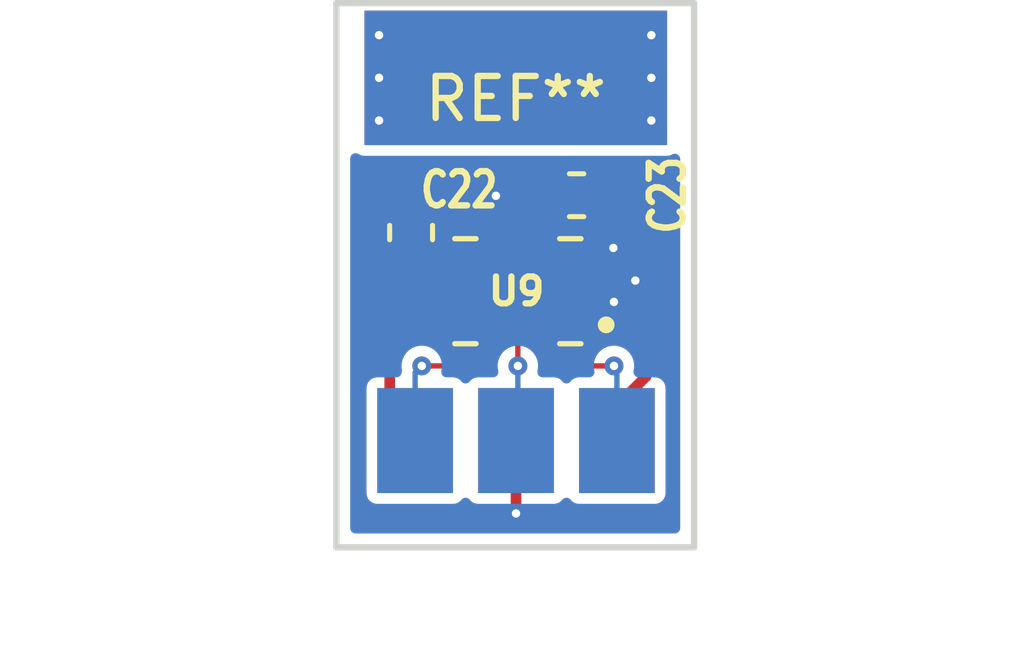
<source format=kicad_pcb>
(kicad_pcb (version 20171130) (host pcbnew "(5.1.6)-1")

  (general
    (thickness 1.6)
    (drawings 4)
    (tracks 59)
    (zones 0)
    (modules 5)
    (nets 11)
  )

  (page USLetter)
  (title_block
    (title "EncoderBoard Schematic")
    (rev v1.0)
    (company "Developed by Paul Max Avalos Aguilar")
  )

  (layers
    (0 F.Cu signal)
    (31 B.Cu signal)
    (32 B.Adhes user)
    (33 F.Adhes user)
    (34 B.Paste user)
    (35 F.Paste user)
    (36 B.SilkS user)
    (37 F.SilkS user)
    (38 B.Mask user)
    (39 F.Mask user)
    (40 Dwgs.User user)
    (41 Cmts.User user)
    (42 Eco1.User user)
    (43 Eco2.User user)
    (44 Edge.Cuts user)
    (45 Margin user)
    (46 B.CrtYd user)
    (47 F.CrtYd user)
    (48 B.Fab user hide)
    (49 F.Fab user hide)
  )

  (setup
    (last_trace_width 0.127)
    (user_trace_width 0.127)
    (user_trace_width 0.254)
    (user_trace_width 0.635)
    (user_trace_width 1.27)
    (trace_clearance 0.127)
    (zone_clearance 0.254)
    (zone_45_only no)
    (trace_min 0.127)
    (via_size 0.45)
    (via_drill 0.2)
    (via_min_size 0.45)
    (via_min_drill 0.2)
    (user_via 1.27 0.635)
    (uvia_size 0.45)
    (uvia_drill 0.1)
    (uvias_allowed no)
    (uvia_min_size 0.2)
    (uvia_min_drill 0.1)
    (edge_width 0.15)
    (segment_width 0.2)
    (pcb_text_width 0.3)
    (pcb_text_size 1.5 1.5)
    (mod_edge_width 0.15)
    (mod_text_size 1 1)
    (mod_text_width 0.15)
    (pad_size 1.8 2.5)
    (pad_drill 0)
    (pad_to_mask_clearance 0.051)
    (solder_mask_min_width 0.25)
    (aux_axis_origin 0 0)
    (grid_origin 146.812 88.5698)
    (visible_elements 7FFFFFFF)
    (pcbplotparams
      (layerselection 0x010f0_ffffffff)
      (usegerberextensions false)
      (usegerberattributes false)
      (usegerberadvancedattributes false)
      (creategerberjobfile false)
      (excludeedgelayer true)
      (linewidth 0.100000)
      (plotframeref false)
      (viasonmask false)
      (mode 1)
      (useauxorigin false)
      (hpglpennumber 1)
      (hpglpenspeed 20)
      (hpglpendiameter 15.000000)
      (psnegative false)
      (psa4output false)
      (plotreference true)
      (plotvalue true)
      (plotinvisibletext false)
      (padsonsilk false)
      (subtractmaskfromsilk false)
      (outputformat 1)
      (mirror false)
      (drillshape 0)
      (scaleselection 1)
      (outputdirectory "Gerbers/"))
  )

  (net 0 "")
  (net 1 GND)
  (net 2 +3V3)
  (net 3 /SDO)
  (net 4 /CS)
  (net 5 /SCL)
  (net 6 /SDA)
  (net 7 "Net-(U9-Pad11)")
  (net 8 "Net-(U9-Pad10)")
  (net 9 "Net-(U9-Pad9)")
  (net 10 "Net-(U9-Pad4)")

  (net_class Default "Esta es la clase de red por defecto."
    (clearance 0.127)
    (trace_width 0.127)
    (via_dia 0.45)
    (via_drill 0.2)
    (uvia_dia 0.45)
    (uvia_drill 0.1)
    (diff_pair_width 0.254)
    (diff_pair_gap 0.254)
    (add_net +3V3)
    (add_net /CS)
    (add_net /SCL)
    (add_net /SDA)
    (add_net /SDO)
    (add_net GND)
    (add_net "Net-(U9-Pad10)")
    (add_net "Net-(U9-Pad11)")
    (add_net "Net-(U9-Pad4)")
    (add_net "Net-(U9-Pad9)")
  )

  (module Encoder:TermicPad (layer F.Cu) (tedit 608A2C65) (tstamp 608A9107)
    (at 146.7612 83.4898)
    (fp_text reference REF** (at 0 0.5) (layer F.SilkS)
      (effects (font (size 1 1) (thickness 0.15)))
    )
    (fp_text value TermicPad (at 0 -0.5) (layer F.Fab)
      (effects (font (size 1 1) (thickness 0.15)))
    )
    (pad 1 smd rect (at 0 0) (size 7.2 3.2) (layers B.Cu B.Mask))
    (pad 1 smd rect (at 0 0) (size 7.2 3.2) (layers F.Cu F.Mask))
  )

  (module Encoder:C_0603_1608Metric_Pad1.05x0.95mm_HandSolder (layer F.Cu) (tedit 5F04D287) (tstamp 6070B6A8)
    (at 144.272 87.1728 270)
    (descr "Capacitor SMD 0603 (1608 Metric), square (rectangular) end terminal, IPC_7351 nominal with elongated pad for handsoldering. (Body size source: http://www.tortai-tech.com/upload/download/2011102023233369053.pdf), generated with kicad-footprint-generator")
    (tags "capacitor handsolder")
    (path /60719ECD)
    (attr smd)
    (fp_text reference C22 (at -1.016 -1.143 180) (layer F.SilkS)
      (effects (font (size 0.8128 0.6096) (thickness 0.1524)))
    )
    (fp_text value 100nF (at 0 1.43 90) (layer F.Fab)
      (effects (font (size 1 1) (thickness 0.15)))
    )
    (fp_line (start 1.65 0.73) (end -1.65 0.73) (layer F.CrtYd) (width 0.05))
    (fp_line (start 1.65 -0.73) (end 1.65 0.73) (layer F.CrtYd) (width 0.05))
    (fp_line (start -1.65 -0.73) (end 1.65 -0.73) (layer F.CrtYd) (width 0.05))
    (fp_line (start -1.65 0.73) (end -1.65 -0.73) (layer F.CrtYd) (width 0.05))
    (fp_line (start -0.171267 0.51) (end 0.171267 0.51) (layer F.SilkS) (width 0.12))
    (fp_line (start -0.171267 -0.51) (end 0.171267 -0.51) (layer F.SilkS) (width 0.12))
    (fp_line (start 0.8 0.4) (end -0.8 0.4) (layer F.Fab) (width 0.1))
    (fp_line (start 0.8 -0.4) (end 0.8 0.4) (layer F.Fab) (width 0.1))
    (fp_line (start -0.8 -0.4) (end 0.8 -0.4) (layer F.Fab) (width 0.1))
    (fp_line (start -0.8 0.4) (end -0.8 -0.4) (layer F.Fab) (width 0.1))
    (fp_text user %R (at 0 0 90) (layer F.Fab)
      (effects (font (size 0.4 0.4) (thickness 0.06)))
    )
    (pad 2 smd roundrect (at 0.875 0 270) (size 1.05 0.95) (layers F.Cu F.Paste F.Mask) (roundrect_rratio 0.25)
      (net 2 +3V3))
    (pad 1 smd roundrect (at -0.875 0 270) (size 1.05 0.95) (layers F.Cu F.Paste F.Mask) (roundrect_rratio 0.25)
      (net 1 GND))
    (model "${KIPRJMOD}/../FootPrints/3DModels/CapacitorsSMD/Ceramic CAP0603.stp"
      (at (xyz 0 0 0))
      (scale (xyz 1 1 1))
      (rotate (xyz 0 0 0))
    )
  )

  (module Encoder:C_0603_1608Metric_Pad1.05x0.95mm_HandSolder (layer F.Cu) (tedit 5F04D287) (tstamp 6070B6B9)
    (at 148.209 86.2838 180)
    (descr "Capacitor SMD 0603 (1608 Metric), square (rectangular) end terminal, IPC_7351 nominal with elongated pad for handsoldering. (Body size source: http://www.tortai-tech.com/upload/download/2011102023233369053.pdf), generated with kicad-footprint-generator")
    (tags "capacitor handsolder")
    (path /6071AD5B)
    (attr smd)
    (fp_text reference C23 (at -2.159 0 90) (layer F.SilkS)
      (effects (font (size 0.8128 0.6096) (thickness 0.1524)))
    )
    (fp_text value 100nF (at 0 1.43) (layer F.Fab)
      (effects (font (size 1 1) (thickness 0.15)))
    )
    (fp_line (start 1.65 0.73) (end -1.65 0.73) (layer F.CrtYd) (width 0.05))
    (fp_line (start 1.65 -0.73) (end 1.65 0.73) (layer F.CrtYd) (width 0.05))
    (fp_line (start -1.65 -0.73) (end 1.65 -0.73) (layer F.CrtYd) (width 0.05))
    (fp_line (start -1.65 0.73) (end -1.65 -0.73) (layer F.CrtYd) (width 0.05))
    (fp_line (start -0.171267 0.51) (end 0.171267 0.51) (layer F.SilkS) (width 0.12))
    (fp_line (start -0.171267 -0.51) (end 0.171267 -0.51) (layer F.SilkS) (width 0.12))
    (fp_line (start 0.8 0.4) (end -0.8 0.4) (layer F.Fab) (width 0.1))
    (fp_line (start 0.8 -0.4) (end 0.8 0.4) (layer F.Fab) (width 0.1))
    (fp_line (start -0.8 -0.4) (end 0.8 -0.4) (layer F.Fab) (width 0.1))
    (fp_line (start -0.8 0.4) (end -0.8 -0.4) (layer F.Fab) (width 0.1))
    (fp_text user %R (at 0 0) (layer F.Fab)
      (effects (font (size 0.4 0.4) (thickness 0.06)))
    )
    (pad 2 smd roundrect (at 0.875 0 180) (size 1.05 0.95) (layers F.Cu F.Paste F.Mask) (roundrect_rratio 0.25)
      (net 2 +3V3))
    (pad 1 smd roundrect (at -0.875 0 180) (size 1.05 0.95) (layers F.Cu F.Paste F.Mask) (roundrect_rratio 0.25)
      (net 1 GND))
    (model "${KIPRJMOD}/../FootPrints/3DModels/CapacitorsSMD/Ceramic CAP0603.stp"
      (at (xyz 0 0 0))
      (scale (xyz 1 1 1))
      (rotate (xyz 0 0 0))
    )
  )

  (module Encoder:LSM6DSRX (layer F.Cu) (tedit 5FFE7675) (tstamp 6070B6D9)
    (at 146.812 88.5698 180)
    (path /6070E109)
    (fp_text reference U9 (at 0.032 0) (layer F.SilkS)
      (effects (font (size 0.64 0.64) (thickness 0.15)))
    )
    (fp_text value LSM6DSRX (at 6.5344 2.4064) (layer F.Fab)
      (effects (font (size 0.64 0.64) (thickness 0.015)))
    )
    (fp_circle (center -2.1 -0.8) (end -2 -0.8) (layer F.SilkS) (width 0.2))
    (fp_circle (center -2.1 -0.8) (end -2 -0.8) (layer F.Fab) (width 0.2))
    (fp_line (start -1.5 -1.25) (end -1.5 1.25) (layer F.Fab) (width 0.127))
    (fp_line (start -1.5 1.25) (end 1.5 1.25) (layer F.Fab) (width 0.127))
    (fp_line (start 1.5 1.25) (end 1.5 -1.25) (layer F.Fab) (width 0.127))
    (fp_line (start 1.5 -1.25) (end -1.5 -1.25) (layer F.Fab) (width 0.127))
    (fp_line (start -1.5 -1.25) (end -0.995 -1.25) (layer F.SilkS) (width 0.127))
    (fp_line (start 1.5 -1.25) (end 0.995 -1.25) (layer F.SilkS) (width 0.127))
    (fp_line (start 1.5 1.25) (end 0.995 1.25) (layer F.SilkS) (width 0.127))
    (fp_line (start -1.5 1.25) (end -0.995 1.25) (layer F.SilkS) (width 0.127))
    (fp_line (start -1.75 -1.5) (end 1.75 -1.5) (layer F.CrtYd) (width 0.05))
    (fp_line (start 1.75 -1.5) (end 1.75 1.5) (layer F.CrtYd) (width 0.05))
    (fp_line (start 1.75 1.5) (end -1.75 1.5) (layer F.CrtYd) (width 0.05))
    (fp_line (start -1.75 1.5) (end -1.75 -1.5) (layer F.CrtYd) (width 0.05))
    (pad 14 smd rect (at -0.5 -0.91 180) (size 0.35 0.61) (layers F.Cu F.Paste F.Mask)
      (net 6 /SDA))
    (pad 13 smd rect (at 0 -0.91 180) (size 0.35 0.61) (layers F.Cu F.Paste F.Mask)
      (net 5 /SCL))
    (pad 12 smd rect (at 0.5 -0.91 180) (size 0.35 0.61) (layers F.Cu F.Paste F.Mask)
      (net 4 /CS))
    (pad 11 smd rect (at 1.16 -0.75 180) (size 0.61 0.35) (layers F.Cu F.Paste F.Mask)
      (net 7 "Net-(U9-Pad11)"))
    (pad 10 smd rect (at 1.16 -0.25 180) (size 0.61 0.35) (layers F.Cu F.Paste F.Mask)
      (net 8 "Net-(U9-Pad10)"))
    (pad 9 smd rect (at 1.16 0.25 180) (size 0.61 0.35) (layers F.Cu F.Paste F.Mask)
      (net 9 "Net-(U9-Pad9)"))
    (pad 8 smd rect (at 1.16 0.75 180) (size 0.61 0.35) (layers F.Cu F.Paste F.Mask)
      (net 2 +3V3))
    (pad 7 smd rect (at 0.5 0.91 180) (size 0.35 0.61) (layers F.Cu F.Paste F.Mask)
      (net 1 GND))
    (pad 6 smd rect (at 0 0.91 180) (size 0.35 0.61) (layers F.Cu F.Paste F.Mask)
      (net 1 GND))
    (pad 5 smd rect (at -0.5 0.91 180) (size 0.35 0.61) (layers F.Cu F.Paste F.Mask)
      (net 2 +3V3))
    (pad 4 smd rect (at -1.16 0.75 180) (size 0.61 0.35) (layers F.Cu F.Paste F.Mask)
      (net 10 "Net-(U9-Pad4)"))
    (pad 3 smd rect (at -1.16 0.25 180) (size 0.61 0.35) (layers F.Cu F.Paste F.Mask)
      (net 1 GND))
    (pad 2 smd rect (at -1.16 -0.25 180) (size 0.61 0.35) (layers F.Cu F.Paste F.Mask)
      (net 1 GND))
    (pad 1 smd rect (at -1.16 -0.75 180) (size 0.61 0.35) (layers F.Cu F.Paste F.Mask)
      (net 3 /SDO))
    (model ${KIPRJMOD}/../FootPrints/3DModels/LGA/LSM6DSRX.step
      (at (xyz 0 0 0))
      (scale (xyz 1 1 1))
      (rotate (xyz -90 0 -180))
    )
  )

  (module Encoder:SolderWirePad_1x06_SMD_5x10mm (layer F.Cu) (tedit 6070D9CF) (tstamp 607128E9)
    (at 146.812 92.1258)
    (descr "Wire Pad, Square, SMD Pad,  5mm x 10mm,")
    (tags "MesurementPoint Square SMDPad 5mmx10mm ")
    (path /60714845)
    (attr smd virtual)
    (fp_text reference J1 (at 0 -0.254) (layer Dwgs.User)
      (effects (font (size 1 1) (thickness 0.15)))
    )
    (fp_text value Conn_01x06_Male (at -0.01016 2.84226) (layer F.Fab)
      (effects (font (size 1 1) (thickness 0.15)))
    )
    (pad 2 smd rect (at -0.044 0) (size 1.8 2.5) (layers B.Cu B.Paste B.Mask)
      (net 5 /SCL))
    (pad 3 smd rect (at 2.356 0) (size 1.8 2.5) (layers B.Cu B.Paste B.Mask)
      (net 6 /SDA))
    (pad 6 smd rect (at -2.444 0) (size 1.8 2.5) (layers F.Cu F.Paste F.Mask)
      (net 2 +3V3))
    (pad 4 smd rect (at 2.356 0) (size 1.8 2.5) (layers F.Cu F.Paste F.Mask)
      (net 3 /SDO))
    (pad 1 smd rect (at -2.444 0) (size 1.8 2.5) (layers B.Cu B.Paste B.Mask)
      (net 4 /CS))
    (pad 5 smd rect (at -0.044 0) (size 1.8 2.5) (layers F.Cu F.Paste F.Mask)
      (net 1 GND))
  )

  (gr_line (start 142.494 81.7118) (end 151.003 81.7118) (layer Edge.Cuts) (width 0.15) (tstamp 5F1B1C2C))
  (gr_line (start 142.494 94.6658) (end 151.003 94.6658) (layer Edge.Cuts) (width 0.15) (tstamp 5F0E086B))
  (gr_line (start 151.003 81.7118) (end 151.003 94.6658) (layer Edge.Cuts) (width 0.15) (tstamp 5F0E0817))
  (gr_line (start 142.494 81.7118) (end 142.494 94.6658) (layer Edge.Cuts) (width 0.15) (tstamp 60732525))

  (via (at 143.51 82.4738) (size 0.45) (drill 0.2) (layers F.Cu B.Cu) (net 0))
  (via (at 143.51 83.4898) (size 0.45) (drill 0.2) (layers F.Cu B.Cu) (net 0))
  (via (at 143.51 84.5058) (size 0.45) (drill 0.2) (layers F.Cu B.Cu) (net 0))
  (via (at 149.987 82.4738) (size 0.45) (drill 0.2) (layers F.Cu B.Cu) (net 0))
  (via (at 149.987 83.4898) (size 0.45) (drill 0.2) (layers F.Cu B.Cu) (net 0))
  (via (at 149.987 84.5058) (size 0.45) (drill 0.2) (layers F.Cu B.Cu) (net 0))
  (segment (start 147.972 88.8198) (end 149.094 88.8198) (width 0.127) (layer F.Cu) (net 1) (status 10))
  (via (at 149.098 88.8238) (size 0.45) (drill 0.2) (layers F.Cu B.Cu) (net 1))
  (segment (start 149.094 88.8198) (end 149.098 88.8238) (width 0.127) (layer F.Cu) (net 1))
  (segment (start 147.972 88.3198) (end 149.602 88.3198) (width 0.127) (layer F.Cu) (net 1) (status 10))
  (via (at 149.606 88.3158) (size 0.45) (drill 0.2) (layers F.Cu B.Cu) (net 1))
  (segment (start 149.602 88.3198) (end 149.606 88.3158) (width 0.127) (layer F.Cu) (net 1))
  (segment (start 149.084 86.2838) (end 149.084 87.2858) (width 0.127) (layer F.Cu) (net 1) (status 10))
  (segment (start 149.084 87.2858) (end 149.084 87.5398) (width 0.127) (layer F.Cu) (net 1))
  (via (at 149.084 87.5398) (size 0.45) (drill 0.2) (layers F.Cu B.Cu) (net 1))
  (segment (start 144.272 86.2978) (end 146.29 86.2978) (width 0.127) (layer F.Cu) (net 1) (status 10))
  (via (at 146.29 86.2978) (size 0.45) (drill 0.2) (layers F.Cu B.Cu) (net 1))
  (segment (start 146.768 92.1258) (end 146.768 93.8598) (width 0.254) (layer F.Cu) (net 1) (status 10))
  (via (at 146.768 93.8598) (size 0.45) (drill 0.2) (layers F.Cu B.Cu) (net 1))
  (segment (start 146.812 88.097002) (end 147.034798 88.3198) (width 0.254) (layer F.Cu) (net 1))
  (segment (start 147.034798 88.3198) (end 147.972 88.3198) (width 0.254) (layer F.Cu) (net 1) (status 20))
  (segment (start 146.812 87.6598) (end 146.812 88.097002) (width 0.254) (layer F.Cu) (net 1) (status 10))
  (segment (start 146.312 87.6598) (end 146.312 88.5778) (width 0.254) (layer F.Cu) (net 1) (status 10))
  (segment (start 146.554 88.8198) (end 147.972 88.8198) (width 0.254) (layer F.Cu) (net 1) (status 20))
  (segment (start 146.312 88.5778) (end 146.554 88.8198) (width 0.254) (layer F.Cu) (net 1))
  (segment (start 147.334 87.6378) (end 147.312 87.6598) (width 0.254) (layer F.Cu) (net 2) (status 30))
  (segment (start 147.334 86.2838) (end 147.334 87.6378) (width 0.254) (layer F.Cu) (net 2) (status 30))
  (segment (start 144.5 87.8198) (end 144.272 88.0478) (width 0.254) (layer F.Cu) (net 2) (status 30))
  (segment (start 145.652 87.8198) (end 144.5 87.8198) (width 0.254) (layer F.Cu) (net 2) (status 30))
  (segment (start 144.272 88.0478) (end 144.272 88.8238) (width 0.254) (layer F.Cu) (net 2) (status 10))
  (segment (start 144.272 88.8238) (end 143.764 89.3318) (width 0.254) (layer F.Cu) (net 2))
  (segment (start 143.764 91.5218) (end 144.368 92.1258) (width 0.254) (layer F.Cu) (net 2) (status 30))
  (segment (start 143.764 89.3318) (end 143.764 91.5218) (width 0.254) (layer F.Cu) (net 2) (status 20))
  (segment (start 146.826 86.7918) (end 147.334 86.2838) (width 0.254) (layer F.Cu) (net 2) (status 20))
  (segment (start 145.288 86.7918) (end 146.826 86.7918) (width 0.254) (layer F.Cu) (net 2))
  (segment (start 144.272 88.0478) (end 144.272 87.8078) (width 0.254) (layer F.Cu) (net 2) (status 30))
  (segment (start 144.272 87.8078) (end 145.288 86.7918) (width 0.254) (layer F.Cu) (net 2) (status 10))
  (segment (start 149.168 92.1258) (end 149.168 91.2938) (width 0.254) (layer F.Cu) (net 3) (status 30))
  (segment (start 149.168 91.2938) (end 149.86 90.6018) (width 0.254) (layer F.Cu) (net 3) (status 10))
  (segment (start 149.86 90.6018) (end 149.86 89.8398) (width 0.254) (layer F.Cu) (net 3))
  (segment (start 149.34 89.3198) (end 147.972 89.3198) (width 0.254) (layer F.Cu) (net 3) (status 20))
  (segment (start 149.86 89.8398) (end 149.34 89.3198) (width 0.254) (layer F.Cu) (net 3))
  (segment (start 146.312 89.4798) (end 146.312 90.0858) (width 0.127) (layer F.Cu) (net 4) (status 10))
  (segment (start 146.312 90.0858) (end 146.05 90.3478) (width 0.127) (layer F.Cu) (net 4))
  (segment (start 146.05 90.3478) (end 145.288 90.3478) (width 0.127) (layer F.Cu) (net 4))
  (segment (start 145.288 90.3478) (end 144.526 90.3478) (width 0.127) (layer F.Cu) (net 4))
  (via (at 144.526 90.3478) (size 0.45) (drill 0.2) (layers F.Cu B.Cu) (net 4))
  (segment (start 144.368 90.5058) (end 144.368 92.1258) (width 0.127) (layer B.Cu) (net 4) (status 20))
  (segment (start 144.526 90.3478) (end 144.368 90.5058) (width 0.127) (layer B.Cu) (net 4))
  (segment (start 146.812 89.4798) (end 146.812 90.3478) (width 0.127) (layer F.Cu) (net 5) (status 10))
  (via (at 146.812 90.3478) (size 0.45) (drill 0.2) (layers F.Cu B.Cu) (net 5))
  (segment (start 146.812 92.0818) (end 146.768 92.1258) (width 0.127) (layer B.Cu) (net 5) (status 30))
  (segment (start 146.812 90.3478) (end 146.812 92.0818) (width 0.127) (layer B.Cu) (net 5) (status 20))
  (segment (start 149.168 92.1258) (end 149.168 90.4178) (width 0.127) (layer B.Cu) (net 6) (status 10))
  (via (at 149.098 90.3478) (size 0.45) (drill 0.2) (layers F.Cu B.Cu) (net 6))
  (segment (start 149.168 90.4178) (end 149.098 90.3478) (width 0.127) (layer B.Cu) (net 6))
  (segment (start 147.312 89.4798) (end 147.312 89.9588) (width 0.127) (layer F.Cu) (net 6) (status 10))
  (segment (start 147.701 90.3478) (end 149.098 90.3478) (width 0.127) (layer F.Cu) (net 6))
  (segment (start 147.312 89.9588) (end 147.701 90.3478) (width 0.127) (layer F.Cu) (net 6))

  (zone (net 1) (net_name GND) (layer B.Cu) (tstamp 0) (hatch edge 0.508)
    (connect_pads yes (clearance 0.254))
    (min_thickness 0.254)
    (fill yes (arc_segments 32) (thermal_gap 0.508) (thermal_bridge_width 0.508))
    (polygon
      (pts
        (xy 158.622988 85.3313) (xy 158.877 96.9518) (xy 134.62 97.2058) (xy 134.493012 85.2043)
      )
    )
    (filled_polygon
      (pts
        (xy 143.014692 85.443501) (xy 143.086511 85.465287) (xy 143.1612 85.472643) (xy 150.3612 85.472643) (xy 150.435889 85.465287)
        (xy 150.507708 85.443501) (xy 150.547 85.422498) (xy 150.547001 94.2098) (xy 142.95 94.2098) (xy 142.95 90.8758)
        (xy 143.085157 90.8758) (xy 143.085157 93.3758) (xy 143.092513 93.450489) (xy 143.114299 93.522308) (xy 143.149678 93.588496)
        (xy 143.197289 93.646511) (xy 143.255304 93.694122) (xy 143.321492 93.729501) (xy 143.393311 93.751287) (xy 143.468 93.758643)
        (xy 145.268 93.758643) (xy 145.342689 93.751287) (xy 145.414508 93.729501) (xy 145.480696 93.694122) (xy 145.538711 93.646511)
        (xy 145.568 93.610822) (xy 145.597289 93.646511) (xy 145.655304 93.694122) (xy 145.721492 93.729501) (xy 145.793311 93.751287)
        (xy 145.868 93.758643) (xy 147.668 93.758643) (xy 147.742689 93.751287) (xy 147.814508 93.729501) (xy 147.880696 93.694122)
        (xy 147.938711 93.646511) (xy 147.968 93.610822) (xy 147.997289 93.646511) (xy 148.055304 93.694122) (xy 148.121492 93.729501)
        (xy 148.193311 93.751287) (xy 148.268 93.758643) (xy 150.068 93.758643) (xy 150.142689 93.751287) (xy 150.214508 93.729501)
        (xy 150.280696 93.694122) (xy 150.338711 93.646511) (xy 150.386322 93.588496) (xy 150.421701 93.522308) (xy 150.443487 93.450489)
        (xy 150.450843 93.3758) (xy 150.450843 90.8758) (xy 150.443487 90.801111) (xy 150.421701 90.729292) (xy 150.386322 90.663104)
        (xy 150.338711 90.605089) (xy 150.280696 90.557478) (xy 150.214508 90.522099) (xy 150.142689 90.500313) (xy 150.068 90.492957)
        (xy 149.686999 90.492957) (xy 149.704 90.407486) (xy 149.704 90.288114) (xy 149.680712 90.171036) (xy 149.63503 90.060751)
        (xy 149.568711 89.961498) (xy 149.484302 89.877089) (xy 149.385049 89.81077) (xy 149.274764 89.765088) (xy 149.157686 89.7418)
        (xy 149.038314 89.7418) (xy 148.921236 89.765088) (xy 148.810951 89.81077) (xy 148.711698 89.877089) (xy 148.627289 89.961498)
        (xy 148.56097 90.060751) (xy 148.515288 90.171036) (xy 148.492 90.288114) (xy 148.492 90.407486) (xy 148.509001 90.492957)
        (xy 148.268 90.492957) (xy 148.193311 90.500313) (xy 148.121492 90.522099) (xy 148.055304 90.557478) (xy 147.997289 90.605089)
        (xy 147.968 90.640778) (xy 147.938711 90.605089) (xy 147.880696 90.557478) (xy 147.814508 90.522099) (xy 147.742689 90.500313)
        (xy 147.668 90.492957) (xy 147.400999 90.492957) (xy 147.418 90.407486) (xy 147.418 90.288114) (xy 147.394712 90.171036)
        (xy 147.34903 90.060751) (xy 147.282711 89.961498) (xy 147.198302 89.877089) (xy 147.099049 89.81077) (xy 146.988764 89.765088)
        (xy 146.871686 89.7418) (xy 146.752314 89.7418) (xy 146.635236 89.765088) (xy 146.524951 89.81077) (xy 146.425698 89.877089)
        (xy 146.341289 89.961498) (xy 146.27497 90.060751) (xy 146.229288 90.171036) (xy 146.206 90.288114) (xy 146.206 90.407486)
        (xy 146.223001 90.492957) (xy 145.868 90.492957) (xy 145.793311 90.500313) (xy 145.721492 90.522099) (xy 145.655304 90.557478)
        (xy 145.597289 90.605089) (xy 145.568 90.640778) (xy 145.538711 90.605089) (xy 145.480696 90.557478) (xy 145.414508 90.522099)
        (xy 145.342689 90.500313) (xy 145.268 90.492957) (xy 145.114999 90.492957) (xy 145.132 90.407486) (xy 145.132 90.288114)
        (xy 145.108712 90.171036) (xy 145.06303 90.060751) (xy 144.996711 89.961498) (xy 144.912302 89.877089) (xy 144.813049 89.81077)
        (xy 144.702764 89.765088) (xy 144.585686 89.7418) (xy 144.466314 89.7418) (xy 144.349236 89.765088) (xy 144.238951 89.81077)
        (xy 144.139698 89.877089) (xy 144.055289 89.961498) (xy 143.98897 90.060751) (xy 143.943288 90.171036) (xy 143.92 90.288114)
        (xy 143.92 90.407486) (xy 143.927379 90.444584) (xy 143.9235 90.483971) (xy 143.9235 90.48398) (xy 143.922616 90.492957)
        (xy 143.468 90.492957) (xy 143.393311 90.500313) (xy 143.321492 90.522099) (xy 143.255304 90.557478) (xy 143.197289 90.605089)
        (xy 143.149678 90.663104) (xy 143.114299 90.729292) (xy 143.092513 90.801111) (xy 143.085157 90.8758) (xy 142.95 90.8758)
        (xy 142.95 85.408922)
      )
    )
  )
)

</source>
